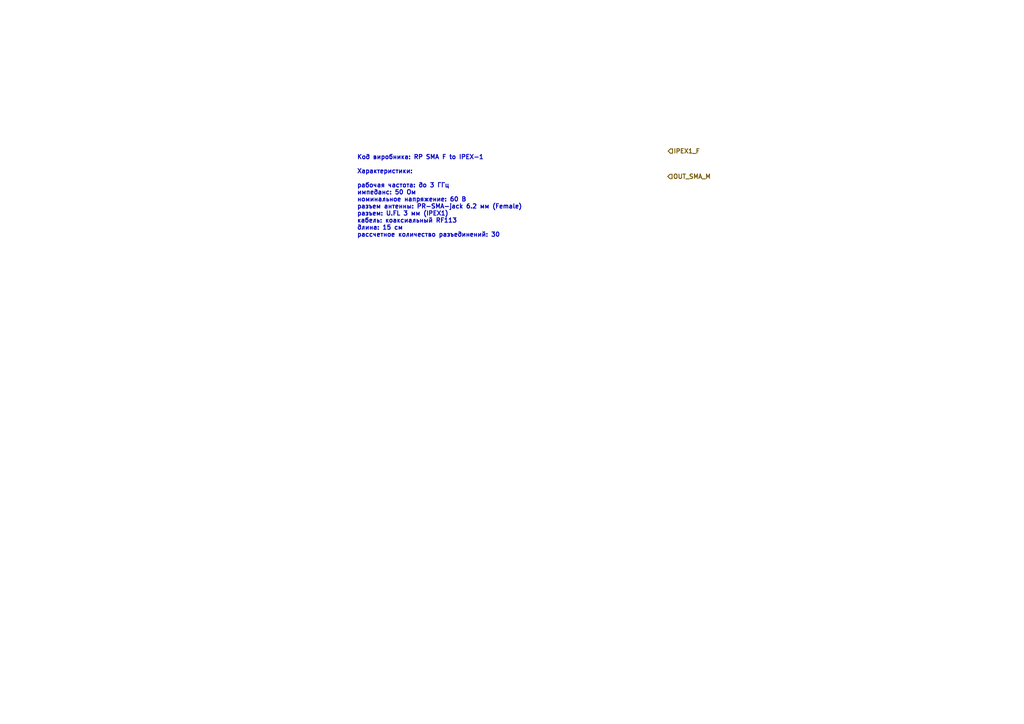
<source format=kicad_sch>
(kicad_sch (version 20211123) (generator eeschema)
  (paper "A4")
  (lib_symbols)
  (text "Код виробника: RP SMA F to IPEX-1\n\nХарактеристики:\n\nрабочая частота: до 3 ГГц\nимпеданс: 50 Ом\nноминальное напряжение: 60 В\nразъем антенны: PR-SMA-jack 6.2 мм (Female)\nразъем: U.FL 3 мм (IPEX1)\nкабель: коаксиальный RF113\nдлина: 15 см\nрассчетное количество разъединений: 30" (at 103.505 68.961 0) (effects (font (size 1.27 1.27) bold) (justify left bottom)))
  (hierarchical_label "IPEX1_F" (shape input) (at 193.802 43.815 0) (effects (font bold)))
  (hierarchical_label "OUT_SMA_M" (shape input) (at 193.675 51.181 0) (effects (font bold)))
)
</source>
